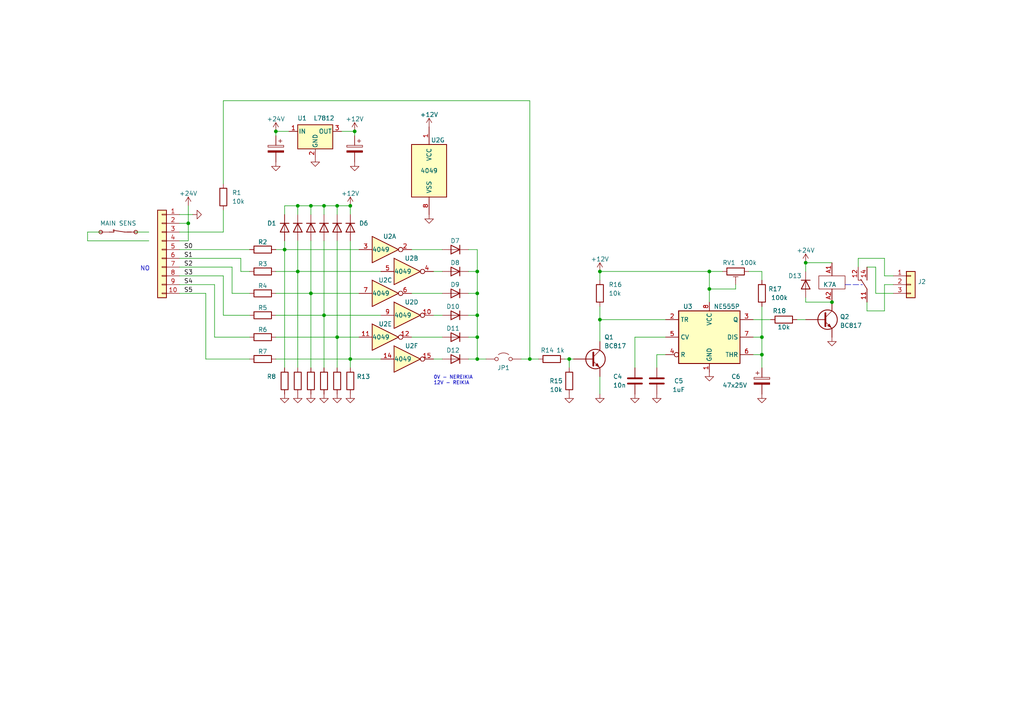
<source format=kicad_sch>
(kicad_sch (version 20211123) (generator eeschema)
  (paper "A4")
  (lib_symbols
    (symbol "4xxx:4049" (pin_names (offset 1.016))
      (property "Reference" "U" (at 0 1.27 0))
      (property "Value" "4049" (at 0 -1.27 0))
      (symbol "4049_1_0"
        (pin output inverted (at 7.62 0 180) (length 3.81) (name "~") (number "2"))
        (pin input line (at -7.62 0 0) (length 3.81) (name "~") (number "3"))
      )
      (symbol "4049_2_0"
        (pin output inverted (at 7.62 0 180) (length 3.81) (name "~") (number "4"))
        (pin input line (at -7.62 0 0) (length 3.81) (name "~") (number "5"))
      )
      (symbol "4049_3_0"
        (pin output inverted (at 7.62 0 180) (length 3.81) (name "~") (number "6"))
        (pin input line (at -7.62 0 0) (length 3.81) (name "~") (number "7"))
      )
      (symbol "4049_4_0"
        (pin output inverted (at 7.62 0 180) (length 3.81) (name "~") (number "10"))
        (pin input line (at -7.62 0 0) (length 3.81) (name "~") (number "9"))
      )
      (symbol "4049_5_0"
        (pin input line (at -7.62 0 0) (length 3.81) (name "~") (number "11"))
        (pin output inverted (at 7.62 0 180) (length 3.81) (name "~") (number "12"))
      )
      (symbol "4049_6_0"
        (pin input line (at -7.62 0 0) (length 3.81) (name "~") (number "14"))
        (pin output inverted (at 7.62 0 180) (length 3.81) (name "~") (number "15"))
      )
      (symbol "4049_7_0"
        (pin power_in line (at 0 12.7 270) (length 5.08) (name "VCC") (number "1"))
        (pin power_in line (at 0 -12.7 90) (length 5.08) (name "VSS") (number "8"))
      )
    )
    (symbol "C_1" (pin_numbers hide) (pin_names (offset 0.254) hide)
      (property "Reference" "C" (at 0.635 2.54 0))
      (property "Value" "C_1" (at 0.635 -2.54 0))
      (symbol "C_1_1_1"
        (pin passive line (at 0 3.81 270) (length 2.794) (name "~") (number "1"))
        (pin passive line (at 0 -3.81 90) (length 2.794) (name "~") (number "2"))
      )
    )
    (symbol "C_Polarized_1" (pin_numbers hide) (pin_names (offset 0.254) hide)
      (property "Reference" "C" (at 0.635 2.54 0))
      (property "Value" "C_Polarized_1" (at 0.635 -2.54 0))
      (symbol "C_Polarized_1_1_1"
        (pin passive line (at 0 3.81 270) (length 2.794) (name "~") (number "1"))
        (pin passive line (at 0 -3.81 90) (length 2.794) (name "~") (number "2"))
      )
    )
    (symbol "Coil_1" (pin_names hide)
      (property "Reference" "K7.1" (at 1.27 2.54 0))
      (symbol "Coil_1_1_1"
        (pin passive line (at 0 5.08 270) (length 3.81) (name "~") (number "A1"))
        (pin passive line (at 0 -6.35 90) (length 3.81) (name "~") (number "A2"))
      )
      (symbol "Coil_1_2_1"
        (pin passive line (at 1.27 -5.08 90) (length 3.81) (name "~") (number "11"))
        (pin passive line (at -1.27 5.08 270) (length 3.81) (name "~") (number "12"))
        (pin passive line (at 1.27 5.08 270) (length 3.81) (name "~") (number "14"))
      )
    )
    (symbol "Connector_Generic:Conn_01x03" (pin_names (offset 1.016) hide)
      (property "Reference" "J" (at 0 5.08 0))
      (property "Value" "Conn_01x03" (at 0 -5.08 0))
      (symbol "Conn_01x03_1_1"
        (pin passive line (at -5.08 2.54 0) (length 3.81) (name "Pin_1") (number "1"))
        (pin passive line (at -5.08 0 0) (length 3.81) (name "Pin_2") (number "2"))
        (pin passive line (at -5.08 -2.54 0) (length 3.81) (name "Pin_3") (number "3"))
      )
    )
    (symbol "Connector_Generic:Conn_01x10" (pin_names (offset 1.016) hide)
      (property "Reference" "J" (at 0 12.7 0))
      (property "Value" "Conn_01x10" (at 0 -15.24 0))
      (symbol "Conn_01x10_1_1"
        (pin passive line (at -5.08 10.16 0) (length 3.81) (name "Pin_1") (number "1"))
        (pin passive line (at -5.08 -12.7 0) (length 3.81) (name "Pin_10") (number "10"))
        (pin passive line (at -5.08 7.62 0) (length 3.81) (name "Pin_2") (number "2"))
        (pin passive line (at -5.08 5.08 0) (length 3.81) (name "Pin_3") (number "3"))
        (pin passive line (at -5.08 2.54 0) (length 3.81) (name "Pin_4") (number "4"))
        (pin passive line (at -5.08 0 0) (length 3.81) (name "Pin_5") (number "5"))
        (pin passive line (at -5.08 -2.54 0) (length 3.81) (name "Pin_6") (number "6"))
        (pin passive line (at -5.08 -5.08 0) (length 3.81) (name "Pin_7") (number "7"))
        (pin passive line (at -5.08 -7.62 0) (length 3.81) (name "Pin_8") (number "8"))
        (pin passive line (at -5.08 -10.16 0) (length 3.81) (name "Pin_9") (number "9"))
      )
    )
    (symbol "Device:C" (pin_numbers hide) (pin_names (offset 0.254) hide)
      (property "Reference" "C" (at 0.635 2.54 0))
      (property "Value" "C" (at 0.635 -2.54 0))
      (symbol "C_1_1"
        (pin passive line (at 0 3.81 270) (length 2.794) (name "~") (number "1"))
        (pin passive line (at 0 -3.81 90) (length 2.794) (name "~") (number "2"))
      )
    )
    (symbol "Device:C_Polarized" (pin_numbers hide) (pin_names (offset 0.254))
      (property "Reference" "C" (at 0.635 2.54 0))
      (property "Value" "C_Polarized" (at 0.635 -2.54 0))
      (symbol "C_Polarized_1_1"
        (pin passive line (at 0 3.81 270) (length 2.794) (name "~") (number "1"))
        (pin passive line (at 0 -3.81 90) (length 2.794) (name "~") (number "2"))
      )
    )
    (symbol "Device:D" (pin_numbers hide) (pin_names (offset 1.016) hide)
      (property "Reference" "D" (at 0 2.54 0))
      (property "Value" "D" (at 0 -2.54 0))
      (symbol "D_1_1"
        (pin passive line (at -3.81 0 0) (length 2.54) (name "K") (number "1"))
        (pin passive line (at 3.81 0 180) (length 2.54) (name "A") (number "2"))
      )
    )
    (symbol "Device:R_Potentiometer_Trim" (pin_numbers hide) (pin_names (offset 1.016) hide)
      (property "Reference" "RV" (at -4.445 0 90))
      (property "Value" "R_Potentiometer_Trim" (at -2.54 0 90))
      (symbol "R_Potentiometer_Trim_1_1"
        (pin passive line (at 0 3.81 270) (length 1.27) (name "1") (number "1"))
        (pin passive line (at 3.81 0 180) (length 1.27) (name "2") (number "2"))
        (pin passive line (at 0 -3.81 90) (length 1.27) (name "3") (number "3"))
      )
    )
    (symbol "Jumper:Jumper_2_Open" (pin_numbers hide) (pin_names (offset 0) hide)
      (property "Reference" "JP" (at 0 2.794 0))
      (property "Value" "Jumper_2_Open" (at 0 -2.286 0))
      (symbol "Jumper_2_Open_1_1"
        (pin passive line (at -5.08 0 0) (length 2.54) (name "A") (number "1"))
        (pin passive line (at 5.08 0 180) (length 2.54) (name "B") (number "2"))
      )
    )
    (symbol "R_1" (pin_numbers hide) (pin_names (offset 0) hide)
      (property "Reference" "R" (at 2.032 0 90))
      (property "Value" "R_1" (at 0 0 90))
      (symbol "R_1_1_1"
        (pin passive line (at 0 3.81 270) (length 1.27) (name "~") (number "1"))
        (pin passive line (at 0 -3.81 90) (length 1.27) (name "~") (number "2"))
      )
    )
    (symbol "R_11" (pin_numbers hide) (pin_names (offset 0) hide)
      (property "Reference" "R" (at 2.032 0 90))
      (property "Value" "R_11" (at 0 0 90))
      (symbol "R_11_1_1"
        (pin passive line (at 0 3.81 270) (length 1.27) (name "~") (number "1"))
        (pin passive line (at 0 -3.81 90) (length 1.27) (name "~") (number "2"))
      )
    )
    (symbol "R_12" (pin_numbers hide) (pin_names (offset 0) hide)
      (property "Reference" "R" (at 2.032 0 90))
      (property "Value" "R_12" (at 0 0 90))
      (symbol "R_12_1_1"
        (pin passive line (at 0 3.81 270) (length 1.27) (name "~") (number "1"))
        (pin passive line (at 0 -3.81 90) (length 1.27) (name "~") (number "2"))
      )
    )
    (symbol "R_13" (pin_numbers hide) (pin_names (offset 0) hide)
      (property "Reference" "R" (at 2.032 0 90))
      (property "Value" "R_13" (at 0 0 90))
      (symbol "R_13_1_1"
        (pin passive line (at 0 3.81 270) (length 1.27) (name "~") (number "1"))
        (pin passive line (at 0 -3.81 90) (length 1.27) (name "~") (number "2"))
      )
    )
    (symbol "R_14" (pin_numbers hide) (pin_names (offset 0) hide)
      (property "Reference" "R" (at 2.032 0 90))
      (property "Value" "R_14" (at 0 0 90))
      (symbol "R_14_1_1"
        (pin passive line (at 0 3.81 270) (length 1.27) (name "~") (number "1"))
        (pin passive line (at 0 -3.81 90) (length 1.27) (name "~") (number "2"))
      )
    )
    (symbol "R_15" (pin_numbers hide) (pin_names (offset 0) hide)
      (property "Reference" "R" (at 2.032 0 90))
      (property "Value" "R_15" (at 0 0 90))
      (symbol "R_15_1_1"
        (pin passive line (at 0 3.81 270) (length 1.27) (name "~") (number "1"))
        (pin passive line (at 0 -3.81 90) (length 1.27) (name "~") (number "2"))
      )
    )
    (symbol "R_16" (pin_numbers hide) (pin_names (offset 0) hide)
      (property "Reference" "R" (at 2.032 0 90))
      (property "Value" "R_16" (at 0 0 90))
      (symbol "R_16_1_1"
        (pin passive line (at 0 3.81 270) (length 1.27) (name "~") (number "1"))
        (pin passive line (at 0 -3.81 90) (length 1.27) (name "~") (number "2"))
      )
    )
    (symbol "R_17" (pin_numbers hide) (pin_names (offset 0) hide)
      (property "Reference" "R" (at 2.032 0 90))
      (property "Value" "R_17" (at 0 0 90))
      (symbol "R_17_1_1"
        (pin passive line (at 0 3.81 270) (length 1.27) (name "~") (number "1"))
        (pin passive line (at 0 -3.81 90) (length 1.27) (name "~") (number "2"))
      )
    )
    (symbol "R_18" (pin_numbers hide) (pin_names (offset 0) hide)
      (property "Reference" "R" (at 2.032 0 90))
      (property "Value" "R_18" (at 0 0 90))
      (symbol "R_18_1_1"
        (pin passive line (at 0 3.81 270) (length 1.27) (name "~") (number "1"))
        (pin passive line (at 0 -3.81 90) (length 1.27) (name "~") (number "2"))
      )
    )
    (symbol "R_19" (pin_numbers hide) (pin_names (offset 0) hide)
      (property "Reference" "R" (at 2.032 0 90))
      (property "Value" "R_19" (at 0 0 90))
      (symbol "R_19_1_1"
        (pin passive line (at 0 3.81 270) (length 1.27) (name "~") (number "1"))
        (pin passive line (at 0 -3.81 90) (length 1.27) (name "~") (number "2"))
      )
    )
    (symbol "R_2" (pin_numbers hide) (pin_names (offset 0) hide)
      (property "Reference" "R" (at 2.032 0 90))
      (property "Value" "R_2" (at 0 0 90))
      (symbol "R_2_1_1"
        (pin passive line (at 0 3.81 270) (length 1.27) (name "~") (number "1"))
        (pin passive line (at 0 -3.81 90) (length 1.27) (name "~") (number "2"))
      )
    )
    (symbol "R_3" (pin_numbers hide) (pin_names (offset 0) hide)
      (property "Reference" "R" (at 2.032 0 90))
      (property "Value" "R_3" (at 0 0 90))
      (symbol "R_3_1_1"
        (pin passive line (at 0 3.81 270) (length 1.27) (name "~") (number "1"))
        (pin passive line (at 0 -3.81 90) (length 1.27) (name "~") (number "2"))
      )
    )
    (symbol "R_4" (pin_numbers hide) (pin_names (offset 0) hide)
      (property "Reference" "R" (at 2.032 0 90))
      (property "Value" "R_4" (at 0 0 90))
      (symbol "R_4_1_1"
        (pin passive line (at 0 3.81 270) (length 1.27) (name "~") (number "1"))
        (pin passive line (at 0 -3.81 90) (length 1.27) (name "~") (number "2"))
      )
    )
    (symbol "R_5" (pin_numbers hide) (pin_names (offset 0) hide)
      (property "Reference" "R" (at 2.032 0 90))
      (property "Value" "R_5" (at 0 0 90))
      (symbol "R_5_1_1"
        (pin passive line (at 0 3.81 270) (length 1.27) (name "~") (number "1"))
        (pin passive line (at 0 -3.81 90) (length 1.27) (name "~") (number "2"))
      )
    )
    (symbol "R_6" (pin_numbers hide) (pin_names (offset 0) hide)
      (property "Reference" "R" (at 2.032 0 90))
      (property "Value" "R_6" (at 0 0 90))
      (symbol "R_6_1_1"
        (pin passive line (at 0 3.81 270) (length 1.27) (name "~") (number "1"))
        (pin passive line (at 0 -3.81 90) (length 1.27) (name "~") (number "2"))
      )
    )
    (symbol "R_7" (pin_numbers hide) (pin_names (offset 0) hide)
      (property "Reference" "R" (at 2.032 0 90))
      (property "Value" "R_7" (at 0 0 90))
      (symbol "R_7_1_1"
        (pin passive line (at 0 3.81 270) (length 1.27) (name "~") (number "1"))
        (pin passive line (at 0 -3.81 90) (length 1.27) (name "~") (number "2"))
      )
    )
    (symbol "R_8" (pin_numbers hide) (pin_names (offset 0) hide)
      (property "Reference" "R" (at 2.032 0 90))
      (property "Value" "R_8" (at 0 0 90))
      (symbol "R_8_1_1"
        (pin passive line (at 0 3.81 270) (length 1.27) (name "~") (number "1"))
        (pin passive line (at 0 -3.81 90) (length 1.27) (name "~") (number "2"))
      )
    )
    (symbol "R_9" (pin_numbers hide) (pin_names (offset 0) hide)
      (property "Reference" "R" (at 2.032 0 90))
      (property "Value" "R_9" (at 0 0 90))
      (symbol "R_9_1_1"
        (pin passive line (at 0 3.81 270) (length 1.27) (name "~") (number "1"))
        (pin passive line (at 0 -3.81 90) (length 1.27) (name "~") (number "2"))
      )
    )
    (symbol "Regulator_Linear:L7812" (pin_names (offset 0.254))
      (property "Reference" "U" (at -3.81 3.175 0))
      (property "Value" "L7812" (at 0 3.175 0))
      (symbol "L7812_1_1"
        (pin power_in line (at -7.62 0 0) (length 2.54) (name "IN") (number "1"))
        (pin power_in line (at 0 -7.62 90) (length 2.54) (name "GND") (number "2"))
        (pin power_out line (at 7.62 0 180) (length 2.54) (name "OUT") (number "3"))
      )
    )
    (symbol "Timer:NE555P"
      (property "Reference" "U" (at -10.16 8.89 0))
      (property "Value" "NE555P" (at 2.54 8.89 0))
      (symbol "NE555P_0_0"
        (pin power_in line (at 0 -10.16 90) (length 2.54) (name "GND") (number "1"))
        (pin power_in line (at 0 10.16 270) (length 2.54) (name "VCC") (number "8"))
      )
      (symbol "NE555P_1_1"
        (pin input line (at -12.7 5.08 0) (length 3.81) (name "TR") (number "2"))
        (pin output line (at 12.7 5.08 180) (length 3.81) (name "Q") (number "3"))
        (pin input inverted (at -12.7 -5.08 0) (length 3.81) (name "R") (number "4"))
        (pin input line (at -12.7 0 0) (length 3.81) (name "CV") (number "5"))
        (pin input line (at 12.7 -5.08 180) (length 3.81) (name "THR") (number "6"))
        (pin input line (at 12.7 0 180) (length 3.81) (name "DIS") (number "7"))
      )
    )
    (symbol "Transistor_BJT:BC817" (pin_numbers hide) (pin_names (offset 0) hide)
      (property "Reference" "Q" (at 5.08 1.905 0))
      (property "Value" "BC817" (at 5.08 0 0))
      (symbol "BC817_1_1"
        (pin input line (at -5.08 0 0) (length 5.715) (name "B") (number "1"))
        (pin passive line (at 2.54 -5.08 90) (length 2.54) (name "E") (number "2"))
        (pin passive line (at 2.54 5.08 270) (length 2.54) (name "C") (number "3"))
      )
    )
    (symbol "components:Coil" (pin_names hide) (on_board no)
      (property "Reference" "K" (at 5.08 0 0))
      (property "Value" "Coil" (at 6.35 -2.54 0))
      (symbol "Coil_0_1"
        (pin passive line (at 0 5.08 270) (length 3.81) (name "~") (number "A1"))
        (pin passive line (at 0 -6.35 90) (length 3.81) (name "~") (number "A2"))
      )
    )
    (symbol "components:OpticSensor_1" (pin_names hide) (on_board no)
      (property "Reference" "S" (at -3.81 5.08 0))
      (property "Value" "OpticSensor_1" (at 1.27 -5.08 0))
      (symbol "OpticSensor_1_0_0"
        (text "COM" (at 1.778 -2.54 0) (effects (font (size 0.7874 0.7874))))
        (text "VCC" (at 1.778 2.54 0) (effects (font (size 0.7874 0.7874))))
      )
      (symbol "OpticSensor_1_1_1"
        (pin output line (at 6.35 0 180) (length 2.4892) (name "~") (number "BK"))
        (pin power_in line (at 6.35 2.54 180) (length 2.4892) (name "~") (number "BN"))
        (pin passive line (at 6.35 -2.54 180) (length 2.4892) (name "~") (number "BU"))
      )
    )
    (symbol "components:RelayContact_NONC" (pin_names (offset 0.002) hide) (on_board no)
      (property "Reference" "K" (at 2.54 0 0))
      (property "Value" "RelayContact_NONC" (at 10.16 -2.54 0))
      (symbol "RelayContact_NONC_0_1"
        (pin passive line (at 0 -5.08 90) (length 3.81) (name "~") (number "11"))
        (pin passive line (at -2.54 5.08 270) (length 3.81) (name "~") (number "12"))
        (pin passive line (at 0 5.08 270) (length 3.81) (name "~") (number "14"))
      )
    )
    (symbol "electrotech:CONTACT_NC" (pin_numbers hide) (pin_names (offset 1.016) hide)
      (property "Reference" "C" (at -2.54 3.81 0))
      (property "Value" "CONTACT_NC" (at 0 -2.54 0))
      (symbol "CONTACT_NC_1_1"
        (pin passive line (at -5.08 0 0) (length 2.54) (name "~") (number "~"))
        (pin passive line (at 5.08 0 180) (length 2.54) (name "~") (number "~"))
      )
    )
    (symbol "power:+12V" (power) (pin_names (offset 0))
      (property "Value" "+12V" (at 0 3.556 0))
      (symbol "+12V_1_1"
        (pin power_in line (at 0 0 90) (length 0) hide (name "+12V") (number "1"))
      )
    )
    (symbol "power:+24V" (power) (pin_names (offset 0))
      (property "Value" "+24V" (at 0 3.556 0))
      (symbol "+24V_1_1"
        (pin power_in line (at 0 0 90) (length 0) hide (name "+24V") (number "1"))
      )
    )
    (symbol "power:GND" (power) (pin_names (offset 0))
      (property "Value" "GND" (at 0 -3.81 0))
      (symbol "GND_1_1"
        (pin power_in line (at 0 0 270) (length 0) hide (name "GND") (number "1"))
      )
    )
  )
  (junction (at -59.69 31.75))
  (junction (at 205.74 83.82))
  (junction (at 101.6 104.14))
  (junction (at -77.47 41.91))
  (junction (at 82.55 72.39))
  (junction (at -57.15 26.67))
  (junction (at 233.68 76.2))
  (junction (at -95.25 31.75))
  (junction (at 86.36 78.74))
  (junction (at -15.24 46.99))
  (junction (at -30.48 41.91))
  (junction (at 138.43 78.74))
  (junction (at 205.74 78.74))
  (junction (at -15.24 54.61))
  (junction (at 241.3 87.63))
  (junction (at 93.98 91.44))
  (junction (at -15.24 31.75))
  (junction (at 220.98 97.79))
  (junction (at -30.48 49.53))
  (junction (at 101.6 59.69))
  (junction (at 102.87 38.1))
  (junction (at 90.17 85.09))
  (junction (at 173.99 78.74))
  (junction (at -30.48 34.29))
  (junction (at 165.1 104.14))
  (junction (at 153.67 104.14))
  (junction (at -57.15 39.37))
  (junction (at 173.99 92.71))
  (junction (at -15.24 39.37))
  (junction (at -97.79 39.37))
  (junction (at 138.43 97.79))
  (junction (at -77.47 54.61))
  (junction (at 90.17 59.69))
  (junction (at -95.25 44.45))
  (junction (at 138.43 104.14))
  (junction (at 86.36 59.69))
  (junction (at -77.47 29.21))
  (junction (at -30.48 57.15))
  (junction (at -30.48 26.67))
  (junction (at 54.61 64.77))
  (junction (at 220.98 102.87))
  (junction (at 97.79 97.79))
  (junction (at -15.24 24.13))
  (junction (at 80.01 38.1))
  (junction (at -59.69 44.45))
  (junction (at 97.79 59.69))
  (junction (at 93.98 59.69))
  (junction (at 138.43 85.09))
  (junction (at -97.79 26.67))
  (junction (at 138.43 91.44))
  (wire (pts (xy 102.87 39.37) (xy 102.87 38.1)))
  (wire (pts (xy 93.98 62.23) (xy 93.98 59.69)))
  (wire (pts (xy 80.01 78.74) (xy 86.36 78.74)))
  (wire (pts (xy 29.21 67.31) (xy 25.4 67.31)))
  (wire (pts (xy 59.69 104.14) (xy 59.69 85.09)))
  (wire (pts (xy 80.01 104.14) (xy 101.6 104.14)))
  (wire (pts (xy 151.13 104.14) (xy 153.67 104.14)))
  (wire (pts (xy 138.43 72.39) (xy 138.43 78.74)))
  (wire (pts (xy -30.48 34.29) (xy -30.48 26.67)))
  (wire (pts (xy 101.6 104.14) (xy 101.6 106.68)))
  (wire (pts (xy 80.01 39.37) (xy 80.01 38.1)))
  (wire (pts (xy 233.68 76.2) (xy 241.3 76.2)))
  (wire (pts (xy 173.99 78.74) (xy 205.74 78.74)))
  (wire (pts (xy -59.69 44.45) (xy -59.69 57.15)))
  (wire (pts (xy 173.99 92.71) (xy 173.99 88.9)))
  (wire (pts (xy 135.89 104.14) (xy 138.43 104.14)))
  (wire (pts (xy -100.33 52.07) (xy -97.79 52.07)))
  (wire (pts (xy 80.01 85.09) (xy 90.17 85.09)))
  (wire (pts (xy 165.1 106.68) (xy 165.1 104.14)))
  (wire (pts (xy 52.07 64.77) (xy 54.61 64.77)))
  (wire (pts (xy 52.07 69.85) (xy 54.61 69.85)))
  (wire (pts (xy 125.73 78.74) (xy 128.27 78.74)))
  (wire (pts (xy 173.99 109.22) (xy 173.99 114.3)))
  (wire (pts (xy -57.15 52.07) (xy -54.61 52.07)))
  (wire (pts (xy 90.17 69.85) (xy 90.17 85.09)))
  (wire (pts (xy 163.83 104.14) (xy 165.1 104.14)))
  (wire (pts (xy 218.44 92.71) (xy 223.52 92.71)))
  (wire (pts (xy 125.73 104.14) (xy 128.27 104.14)))
  (wire (pts (xy -80.01 54.61) (xy -77.47 54.61)))
  (wire (pts (xy -95.25 57.15) (xy -100.33 57.15)))
  (wire (pts (xy 173.99 92.71) (xy 173.99 99.06)))
  (wire (pts (xy -17.78 31.75) (xy -15.24 31.75)))
  (polyline (pts (xy 245.11 82.55) (xy 250.19 82.55)))
  (wire (pts (xy -15.24 16.51) (xy -17.78 16.51)))
  (wire (pts (xy 62.23 97.79) (xy 62.23 82.55)))
  (wire (pts (xy 82.55 59.69) (xy 86.36 59.69)))
  (wire (pts (xy 220.98 102.87) (xy 218.44 102.87)))
  (wire (pts (xy 101.6 69.85) (xy 101.6 104.14)))
  (wire (pts (xy -30.48 26.67) (xy -30.48 19.05)))
  (wire (pts (xy -30.48 57.15) (xy -30.48 63.5)))
  (wire (pts (xy 82.55 62.23) (xy 82.55 59.69)))
  (wire (pts (xy 54.61 64.77) (xy 54.61 69.85)))
  (wire (pts (xy 80.01 97.79) (xy 97.79 97.79)))
  (wire (pts (xy 135.89 91.44) (xy 138.43 91.44)))
  (wire (pts (xy 256.54 80.01) (xy 259.08 80.01)))
  (wire (pts (xy 62.23 97.79) (xy 72.39 97.79)))
  (wire (pts (xy 233.68 78.74) (xy 233.68 76.2)))
  (wire (pts (xy -97.79 26.67) (xy -97.79 39.37)))
  (wire (pts (xy -100.33 26.67) (xy -97.79 26.67)))
  (wire (pts (xy 82.55 106.68) (xy 82.55 72.39)))
  (wire (pts (xy 231.14 92.71) (xy 233.68 92.71)))
  (wire (pts (xy 135.89 72.39) (xy 138.43 72.39)))
  (wire (pts (xy 52.07 72.39) (xy 72.39 72.39)))
  (wire (pts (xy -54.61 31.75) (xy -59.69 31.75)))
  (wire (pts (xy 90.17 59.69) (xy 93.98 59.69)))
  (wire (pts (xy -17.78 46.99) (xy -15.24 46.99)))
  (wire (pts (xy 99.06 38.1) (xy 102.87 38.1)))
  (wire (pts (xy 86.36 69.85) (xy 86.36 78.74)))
  (wire (pts (xy -97.79 17.78) (xy -97.79 26.67)))
  (wire (pts (xy 153.67 104.14) (xy 156.21 104.14)))
  (wire (pts (xy -17.78 39.37) (xy -15.24 39.37)))
  (wire (pts (xy -17.78 54.61) (xy -15.24 54.61)))
  (wire (pts (xy 135.89 78.74) (xy 138.43 78.74)))
  (wire (pts (xy -91.44 41.91) (xy -100.33 41.91)))
  (wire (pts (xy 67.31 85.09) (xy 72.39 85.09)))
  (wire (pts (xy -15.24 24.13) (xy -15.24 16.51)))
  (wire (pts (xy 52.07 67.31) (xy 64.77 67.31)))
  (wire (pts (xy 25.4 69.85) (xy 43.18 69.85)))
  (wire (pts (xy 138.43 97.79) (xy 138.43 104.14)))
  (wire (pts (xy -30.48 49.53) (xy -30.48 41.91)))
  (wire (pts (xy 69.85 74.93) (xy 52.07 74.93)))
  (wire (pts (xy 97.79 59.69) (xy 101.6 59.69)))
  (wire (pts (xy 59.69 85.09) (xy 52.07 85.09)))
  (wire (pts (xy -54.61 39.37) (xy -57.15 39.37)))
  (wire (pts (xy -15.24 54.61) (xy -15.24 63.5)))
  (wire (pts (xy -80.01 41.91) (xy -77.47 41.91)))
  (wire (pts (xy 119.38 72.39) (xy 128.27 72.39)))
  (wire (pts (xy 233.68 86.36) (xy 233.68 87.63)))
  (wire (pts (xy 64.77 29.21) (xy 153.67 29.21)))
  (wire (pts (xy -27.94 57.15) (xy -30.48 57.15)))
  (wire (pts (xy -15.24 39.37) (xy -15.24 31.75)))
  (wire (pts (xy 173.99 92.71) (xy 193.04 92.71)))
  (wire (pts (xy -30.48 19.05) (xy -27.94 19.05)))
  (wire (pts (xy 64.77 60.96) (xy 64.77 67.31)))
  (wire (pts (xy -30.48 57.15) (xy -30.48 49.53)))
  (wire (pts (xy 138.43 78.74) (xy 138.43 85.09)))
  (wire (pts (xy -77.47 29.21) (xy -77.47 41.91)))
  (wire (pts (xy 90.17 106.68) (xy 90.17 85.09)))
  (wire (pts (xy 220.98 97.79) (xy 220.98 102.87)))
  (wire (pts (xy -95.25 31.75) (xy -95.25 44.45)))
  (wire (pts (xy 218.44 97.79) (xy 220.98 97.79)))
  (wire (pts (xy 93.98 91.44) (xy 110.49 91.44)))
  (wire (pts (xy -100.33 31.75) (xy -95.25 31.75)))
  (wire (pts (xy 62.23 82.55) (xy 52.07 82.55)))
  (wire (pts (xy -30.48 41.91) (xy -30.48 34.29)))
  (wire (pts (xy 86.36 59.69) (xy 90.17 59.69)))
  (wire (pts (xy -80.01 29.21) (xy -77.47 29.21)))
  (wire (pts (xy 101.6 59.69) (xy 101.6 62.23)))
  (wire (pts (xy 256.54 74.93) (xy 256.54 80.01)))
  (wire (pts (xy 82.55 72.39) (xy 104.14 72.39)))
  (wire (pts (xy 64.77 91.44) (xy 64.77 80.01)))
  (wire (pts (xy -27.94 34.29) (xy -30.48 34.29)))
  (wire (pts (xy 256.54 82.55) (xy 259.08 82.55)))
  (wire (pts (xy 64.77 80.01) (xy 52.07 80.01)))
  (wire (pts (xy 256.54 90.17) (xy 256.54 82.55)))
  (wire (pts (xy 119.38 97.79) (xy 128.27 97.79)))
  (wire (pts (xy 173.99 78.74) (xy 173.99 81.28)))
  (wire (pts (xy 69.85 78.74) (xy 69.85 74.93)))
  (wire (pts (xy 86.36 106.68) (xy 86.36 78.74)))
  (wire (pts (xy 205.74 78.74) (xy 209.55 78.74)))
  (wire (pts (xy 82.55 69.85) (xy 82.55 72.39)))
  (wire (pts (xy -59.69 57.15) (xy -54.61 57.15)))
  (wire (pts (xy 135.89 85.09) (xy 138.43 85.09)))
  (wire (pts (xy -97.79 39.37) (xy -97.79 52.07)))
  (wire (pts (xy 220.98 78.74) (xy 220.98 81.28)))
  (wire (pts (xy -77.47 41.91) (xy -77.47 54.61)))
  (wire (pts (xy 54.61 64.77) (xy 54.61 59.69)))
  (wire (pts (xy 153.67 29.21) (xy 153.67 104.14)))
  (wire (pts (xy 25.4 67.31) (xy 25.4 69.85)))
  (wire (pts (xy -91.44 54.61) (xy -100.33 54.61)))
  (wire (pts (xy -91.44 29.21) (xy -100.33 29.21)))
  (wire (pts (xy 248.92 77.47) (xy 248.92 74.93)))
  (wire (pts (xy 93.98 59.69) (xy 97.79 59.69)))
  (wire (pts (xy 213.36 83.82) (xy 213.36 82.55)))
  (wire (pts (xy 83.82 38.1) (xy 80.01 38.1)))
  (wire (pts (xy -100.33 44.45) (xy -95.25 44.45)))
  (wire (pts (xy -77.47 41.91) (xy -74.93 41.91)))
  (wire (pts (xy -15.24 31.75) (xy -15.24 24.13)))
  (wire (pts (xy -63.5 54.61) (xy -54.61 54.61)))
  (wire (pts (xy 125.73 91.44) (xy 128.27 91.44)))
  (wire (pts (xy 138.43 85.09) (xy 138.43 91.44)))
  (wire (pts (xy 52.07 77.47) (xy 67.31 77.47)))
  (wire (pts (xy 80.01 91.44) (xy 93.98 91.44)))
  (wire (pts (xy -57.15 26.67) (xy -57.15 39.37)))
  (wire (pts (xy 138.43 91.44) (xy 138.43 97.79)))
  (wire (pts (xy 251.46 87.63) (xy 251.46 90.17)))
  (wire (pts (xy 248.92 74.93) (xy 256.54 74.93)))
  (wire (pts (xy 97.79 106.68) (xy 97.79 97.79)))
  (wire (pts (xy -27.94 41.91) (xy -30.48 41.91)))
  (wire (pts (xy 184.15 97.79) (xy 184.15 106.68)))
  (wire (pts (xy 190.5 102.87) (xy 190.5 106.68)))
  (wire (pts (xy -54.61 44.45) (xy -59.69 44.45)))
  (wire (pts (xy -77.47 54.61) (xy -74.93 54.61)))
  (wire (pts (xy -77.47 29.21) (xy -74.93 29.21)))
  (wire (pts (xy 165.1 104.14) (xy 166.37 104.14)))
  (wire (pts (xy 59.69 104.14) (xy 72.39 104.14)))
  (wire (pts (xy 90.17 85.09) (xy 104.14 85.09)))
  (wire (pts (xy -77.47 17.78) (xy -77.47 29.21)))
  (wire (pts (xy 72.39 91.44) (xy 64.77 91.44)))
  (wire (pts (xy 69.85 78.74) (xy 72.39 78.74)))
  (wire (pts (xy 97.79 62.23) (xy 97.79 59.69)))
  (wire (pts (xy 97.79 97.79) (xy 104.14 97.79)))
  (wire (pts (xy 80.01 72.39) (xy 82.55 72.39)))
  (wire (pts (xy -100.33 39.37) (xy -97.79 39.37)))
  (wire (pts (xy -17.78 24.13) (xy -15.24 24.13)))
  (wire (pts (xy 251.46 90.17) (xy 256.54 90.17)))
  (wire (pts (xy -54.61 26.67) (xy -57.15 26.67)))
  (wire (pts (xy 64.77 29.21) (xy 64.77 53.34)))
  (wire (pts (xy -27.94 49.53) (xy -30.48 49.53)))
  (wire (pts (xy 97.79 69.85) (xy 97.79 97.79)))
  (wire (pts (xy -59.69 31.75) (xy -59.69 44.45)))
  (wire (pts (xy -15.24 46.99) (xy -15.24 39.37)))
  (wire (pts (xy -59.69 17.78) (xy -59.69 31.75)))
  (wire (pts (xy 184.15 97.79) (xy 193.04 97.79)))
  (wire (pts (xy 67.31 77.47) (xy 67.31 85.09)))
  (wire (pts (xy 254 77.47) (xy 254 85.09)))
  (wire (pts (xy 119.38 85.09) (xy 128.27 85.09)))
  (wire (pts (xy 101.6 104.14) (xy 110.49 104.14)))
  (wire (pts (xy -15.24 54.61) (xy -15.24 46.99)))
  (wire (pts (xy 190.5 102.87) (xy 193.04 102.87)))
  (wire (pts (xy -63.5 41.91) (xy -54.61 41.91)))
  (wire (pts (xy 140.97 104.14) (xy 138.43 104.14)))
  (wire (pts (xy 205.74 87.63) (xy 205.74 83.82)))
  (wire (pts (xy 220.98 102.87) (xy 220.98 106.68)))
  (wire (pts (xy 93.98 69.85) (xy 93.98 91.44)))
  (wire (pts (xy 39.37 67.31) (xy 43.18 67.31)))
  (wire (pts (xy -57.15 17.78) (xy -57.15 26.67)))
  (wire (pts (xy 251.46 77.47) (xy 254 77.47)))
  (wire (pts (xy 55.88 62.23) (xy 52.07 62.23)))
  (wire (pts (xy 254 85.09) (xy 259.08 85.09)))
  (wire (pts (xy 86.36 62.23) (xy 86.36 59.69)))
  (wire (pts (xy -27.94 26.67) (xy -30.48 26.67)))
  (wire (pts (xy 86.36 78.74) (xy 110.49 78.74)))
  (wire (pts (xy -95.25 44.45) (xy -95.25 57.15)))
  (wire (pts (xy -57.15 39.37) (xy -57.15 52.07)))
  (wire (pts (xy -63.5 29.21) (xy -54.61 29.21)))
  (wire (pts (xy 220.98 88.9) (xy 220.98 97.79)))
  (wire (pts (xy 233.68 87.63) (xy 241.3 87.63)))
  (wire (pts (xy 205.74 78.74) (xy 205.74 83.82)))
  (wire (pts (xy 205.74 83.82) (xy 213.36 83.82)))
  (wire (pts (xy 90.17 62.23) (xy 90.17 59.69)))
  (wire (pts (xy 217.17 78.74) (xy 220.98 78.74)))
  (wire (pts (xy 93.98 106.68) (xy 93.98 91.44)))
  (wire (pts (xy -95.25 17.78) (xy -95.25 31.75)))
  (wire (pts (xy 135.89 97.79) (xy 138.43 97.79)))
  (text "NO" (at 40.64 78.74 0) (effects (font (size 1.27 1.27)) (justify left bottom)))
  (text "NO" (at -109.855 32.385 0) (effects (font (size 1.27 1.27) italic) (justify left bottom)))
  (text "NO" (at -47.625 57.785 0) (effects (font (size 1.27 1.27) italic) (justify left bottom)))
  (text "0V - NEREIKIA\n12V - REIKIA" (at 125.73 111.76 0) (effects (font (size 1 1)) (justify left bottom)))
  (text "NO" (at -109.855 45.085 0) (effects (font (size 1.27 1.27) italic) (justify left bottom)))
  (text "NO" (at -47.625 32.385 0) (effects (font (size 1.27 1.27) italic) (justify left bottom)))
  (text "NO" (at -109.855 57.785 0) (effects (font (size 1.27 1.27) italic) (justify left bottom)))
  (text "NO" (at -47.625 45.085 0) (effects (font (size 1.27 1.27) italic) (justify left bottom)))
  (label "S4" (at 53.34 82.55 0))
  (label "0VDC" (at -59.69 17.78 270))
  (label "24VDC" (at -57.15 17.78 270))
  (label "S0" (at 53.34 72.39 0))
  (label "S2" (at 53.34 77.47 0))
  (label "0VDC" (at -77.47 17.78 270))
  (label "S5" (at 53.34 85.09 0))
  (label "S3" (at 53.34 80.01 0))
  (label "24VDC" (at -97.79 17.78 270))
  (label "S1" (at 53.34 74.93 0))
  (label "0VDC" (at -95.25 17.78 270))
  (symbol (lib_id "components:Coil") (at -86.36 29.21 90) (unit 1) (in_bom no) (on_board no)
    (property "Reference" "K1.1" (at -85.725 29.21 90))
    (property "Value" "Coil" (effects hide))
  )
  (symbol (lib_name "R_13") (lib_id "Device:R") (at 76.2 78.74 90) (unit 1)
    (property "Reference" "R3" (at 76.2 76.5612 90))
    (property "Value" "R" (effects hide))
    (property "Footprint" "Resistor_SMD:R_0805_2012Metric" (effects hide))
  )
  (symbol (lib_id "components:Coil") (at -86.36 41.91 90) (unit 1) (in_bom no) (on_board no)
    (property "Reference" "K3.1" (at -85.725 41.91 90))
    (property "Value" "Coil" (effects hide))
  )
  (symbol (lib_id "components:Coil") (at -68.58 54.61 270) (mirror x) (unit 1) (in_bom no) (on_board no)
    (property "Reference" "K6.1" (at -69.215 54.61 90))
    (property "Value" "Coil" (effects hide))
  )
  (symbol (lib_id "Device:C") (at 190.5 110.49 0) (unit 1)
    (property "Reference" "C5" (at 196.85 110.49 0))
    (property "Value" "1uF" (at 196.85 113.03 0))
    (property "Footprint" "Capacitor_SMD:C_1206_3216Metric" (effects hide))
  )
  (symbol (lib_id "Device:D") (at 132.08 78.74 180) (unit 1)
    (property "Reference" "D8" (at 133.35 76.2 0) (effects (justify left)))
    (property "Value" "BAS32" (effects hide))
    (property "Footprint" "Diode_SMD:D_MiniMELF" (effects hide))
  )
  (symbol (lib_id "components:RelayContact_NONC") (at -22.86 49.53 270) (unit 1) (in_bom no) (on_board no)
    (property "Reference" "K5.2" (at -27.94 45.72 90) (effects (justify left)))
    (property "Value" "RelayContact_NONC" (effects hide))
  )
  (symbol (lib_id "Device:D") (at 132.08 72.39 180) (unit 1)
    (property "Reference" "D7" (at 133.35 69.85 0) (effects (justify left)))
    (property "Value" "BAS32" (effects hide))
    (property "Footprint" "Diode_SMD:D_MiniMELF" (effects hide))
  )
  (symbol (lib_name "R_18") (lib_id "Device:R") (at 220.98 85.09 180) (unit 1)
    (property "Reference" "R17" (at 224.79 83.82 0))
    (property "Value" "100k" (at 226.06 86.36 0))
    (property "Footprint" "Resistor_SMD:R_0805_2012Metric" (effects hide))
  )
  (symbol (lib_id "components:OpticSensor_1") (at -48.26 41.91 0) (mirror y) (unit 1) (in_bom no) (on_board no)
    (property "Reference" "X5" (effects hide))
    (property "Value" "Optic2R" (at -48.26 36.83 0))
  )
  (symbol (lib_id "components:OpticSensor_1") (at -106.68 54.61 0) (unit 1) (in_bom no) (on_board no)
    (property "Reference" "X3" (effects hide))
    (property "Value" "Optic3L" (at -106.68 49.53 0))
  )
  (symbol (lib_name "Coil_1") (lib_id "components:Coil") (at 241.3 81.28 0) (unit 1)
    (property "Reference" "K7" (at 238.76 82.55 0) (effects (justify left)))
    (property "Value" "OUT" (effects hide))
    (property "Footprint" "Relay_THT:Relay_SPDT_Finder_34.51_Vertical" (effects hide))
  )
  (symbol (lib_id "4xxx:4049") (at 118.11 91.44 0) (unit 4)
    (property "Reference" "U2" (at 119.38 87.63 0))
    (property "Value" "4049" (at 116.84 91.44 0))
    (property "Footprint" "Package_DIP:DIP-14_W7.62mm" (effects hide))
    (property "Datasheet" "http://www.intersil.com/content/dam/intersil/documents/cd40/cd4049ubms.pdf" (effects hide))
  )
  (symbol (lib_name "R_16") (lib_id "Device:R") (at 76.2 97.79 90) (unit 1)
    (property "Reference" "R6" (at 76.2 95.6112 90))
    (property "Value" "R" (effects hide))
    (property "Footprint" "Resistor_SMD:R_0805_2012Metric" (effects hide))
  )
  (symbol (lib_id "power:GND") (at 205.74 107.95 0) (unit 1)
    (property "Reference" "#PWR022" (effects hide))
    (property "Value" "GND" (effects hide))
  )
  (symbol (lib_id "Device:D") (at 93.98 66.04 270) (unit 1)
    (property "Reference" "D4" (effects hide))
    (property "Value" "BAS32" (effects hide))
    (property "Footprint" "Diode_SMD:D_MiniMELF" (effects hide))
  )
  (symbol (lib_id "components:RelayContact_NONC") (at -22.86 26.67 270) (unit 1) (in_bom no) (on_board no)
    (property "Reference" "K2.2" (at -27.94 22.86 90) (effects (justify left)))
    (property "Value" "RelayContact_NONC" (effects hide))
  )
  (symbol (lib_id "Connector_Generic:Conn_01x10") (at 46.99 72.39 0) (mirror y) (unit 1)
    (property "Reference" "J1" (effects hide))
    (property "Value" "Conn_01x10" (effects hide))
  )
  (symbol (lib_id "electrotech:CONTACT_NC") (at 34.29 67.31 0) (unit 1) (in_bom no) (on_board no)
    (property "Reference" "C1" (effects hide))
    (property "Value" "MAIN SENS" (at 34.29 64.77 0))
  )
  (symbol (lib_name "R_5") (lib_id "Device:R") (at 93.98 110.49 180) (unit 1)
    (property "Reference" "R11" (effects hide))
    (property "Value" "100k" (effects hide))
    (property "Footprint" "Resistor_SMD:R_0805_2012Metric" (effects hide))
  )
  (symbol (lib_id "Jumper:Jumper_2_Open") (at 146.05 104.14 0) (unit 1)
    (property "Reference" "JP1" (at 146.05 106.68 0))
    (property "Value" "Jumper_2_Open" (effects hide))
    (property "Footprint" "Connector_PinHeader_2.54mm:PinHeader_1x02_P2.54mm_Vertical" (effects hide))
  )
  (symbol (lib_id "components:Coil") (at -86.36 54.61 90) (unit 1) (in_bom no) (on_board no)
    (property "Reference" "K5.1" (at -85.725 54.61 90))
    (property "Value" "Coil" (effects hide))
  )
  (symbol (lib_id "components:RelayContact_NONC") (at -22.86 41.91 270) (unit 1) (in_bom no) (on_board no)
    (property "Reference" "K4.2" (at -27.94 38.1 90) (effects (justify left)))
    (property "Value" "RelayContact_NONC" (effects hide))
  )
  (symbol (lib_id "Connector_Generic:Conn_01x03") (at 264.16 82.55 0) (unit 1)
    (property "Reference" "J2" (at 266.192 81.7153 0) (effects (justify left)))
    (property "Value" "Conn_01x03" (effects hide))
  )
  (symbol (lib_id "power:GND") (at 241.3 97.79 0) (unit 1)
    (property "Reference" "#PWR025" (effects hide))
    (property "Value" "GND" (effects hide))
  )
  (symbol (lib_id "power:GND") (at 165.1 114.3 0) (unit 1)
    (property "Reference" "#PWR017" (effects hide))
    (property "Value" "GND" (effects hide))
  )
  (symbol (lib_id "power:GND") (at 220.98 114.3 0) (unit 1)
    (property "Reference" "#PWR023" (effects hide))
    (property "Value" "GND" (effects hide))
  )
  (symbol (lib_id "power:GND") (at 93.98 114.3 0) (unit 1)
    (property "Reference" "#PWR09" (effects hide))
    (property "Value" "GND" (effects hide))
  )
  (symbol (lib_id "Regulator_Linear:L7812") (at 91.44 38.1 0) (unit 1)
    (property "Reference" "U1" (at 87.63 34.29 0))
    (property "Value" "L7812" (at 93.98 34.29 0))
    (property "Footprint" "Package_TO_SOT_THT:TO-220-3_Vertical" (effects hide))
    (property "Datasheet" "http://www.st.com/content/ccc/resource/technical/document/datasheet/41/4f/b3/b0/12/d4/47/88/CD00000444.pdf/files/CD00000444.pdf/jcr:content/translations/en.CD00000444.pdf" (effects hide))
  )
  (symbol (lib_id "Device:D") (at 132.08 85.09 180) (unit 1)
    (property "Reference" "D9" (at 133.35 82.55 0) (effects (justify left)))
    (property "Value" "BAS32" (effects hide))
    (property "Footprint" "Diode_SMD:D_MiniMELF" (effects hide))
  )
  (symbol (lib_id "Device:C_Polarized") (at 102.87 43.18 0) (mirror y) (unit 1)
    (property "Reference" "C3" (effects hide))
    (property "Value" "C_Polarized" (effects hide))
  )
  (symbol (lib_id "4xxx:4049") (at 124.46 49.53 0) (unit 7)
    (property "Reference" "U2" (at 127 40.64 0))
    (property "Value" "4049" (at 124.46 49.53 0))
    (property "Footprint" "Package_DIP:DIP-14_W7.62mm" (effects hide))
    (property "Datasheet" "http://www.intersil.com/content/dam/intersil/documents/cd40/cd4049ubms.pdf" (effects hide))
  )
  (symbol (lib_id "power:GND") (at 190.5 114.3 0) (unit 1)
    (property "Reference" "#PWR021" (effects hide))
    (property "Value" "GND" (effects hide))
  )
  (symbol (lib_id "Transistor_BJT:BC817") (at 238.76 92.71 0) (unit 1)
    (property "Reference" "Q2" (at 243.6114 91.8753 0) (effects (justify left)))
    (property "Value" "BC817" (at 243.6114 94.4122 0) (effects (justify left)))
    (property "Footprint" "Package_TO_SOT_SMD:SOT-23" (effects hide))
    (property "Datasheet" "https://www.onsemi.com/pub/Collateral/BC818-D.pdf" (effects hide))
  )
  (symbol (lib_id "power:GND") (at 86.36 114.3 0) (unit 1)
    (property "Reference" "#PWR06" (effects hide))
    (property "Value" "GND" (effects hide))
  )
  (symbol (lib_id "Device:D") (at 90.17 66.04 270) (unit 1)
    (property "Reference" "D3" (effects hide))
    (property "Value" "BAS32" (effects hide))
    (property "Footprint" "Diode_SMD:D_MiniMELF" (effects hide))
  )
  (symbol (lib_id "power:GND") (at 101.6 114.3 0) (unit 1)
    (property "Reference" "#PWR012" (effects hide))
    (property "Value" "GND" (effects hide))
  )
  (symbol (lib_id "Device:D") (at 101.6 66.04 270) (unit 1)
    (property "Reference" "D6" (at 104.14 64.77 90) (effects (justify left)))
    (property "Value" "BAS32" (effects hide))
    (property "Footprint" "Diode_SMD:D_MiniMELF" (effects hide))
  )
  (symbol (lib_name "R_17") (lib_id "Device:R") (at 76.2 104.14 90) (unit 1)
    (property "Reference" "R7" (at 76.2 101.9612 90))
    (property "Value" "R" (effects hide))
    (property "Footprint" "Resistor_SMD:R_0805_2012Metric" (effects hide))
  )
  (symbol (lib_name "R_15") (lib_id "Device:R") (at 76.2 91.44 90) (unit 1)
    (property "Reference" "R5" (at 76.2 89.2612 90))
    (property "Value" "R" (effects hide))
    (property "Footprint" "Resistor_SMD:R_0805_2012Metric" (effects hide))
  )
  (symbol (lib_id "4xxx:4049") (at 111.76 85.09 0) (unit 3)
    (property "Reference" "U2" (at 111.76 81.28 0))
    (property "Value" "4049" (at 110.49 85.09 0))
    (property "Footprint" "Package_DIP:DIP-14_W7.62mm" (effects hide))
    (property "Datasheet" "http://www.intersil.com/content/dam/intersil/documents/cd40/cd4049ubms.pdf" (effects hide))
  )
  (symbol (lib_id "power:+12V") (at 101.6 59.69 0) (unit 1)
    (property "Reference" "#PWR011" (effects hide))
    (property "Value" "+12V" (at 101.6 56.1142 0))
  )
  (symbol (lib_name "C_1") (lib_id "Device:C") (at 184.15 110.49 0) (unit 1)
    (property "Reference" "C4" (at 177.8 109.22 0) (effects (justify left)))
    (property "Value" "10n" (at 177.8 111.76 0) (effects (justify left)))
    (property "Footprint" "Capacitor_SMD:C_0805_2012Metric" (effects hide))
  )
  (symbol (lib_id "4xxx:4049") (at 111.76 72.39 0) (unit 1)
    (property "Reference" "U2" (at 113.03 68.58 0))
    (property "Value" "4049" (at 110.49 72.39 0))
    (property "Footprint" "Package_DIP:DIP-14_W7.62mm" (effects hide))
    (property "Datasheet" "http://www.intersil.com/content/dam/intersil/documents/cd40/cd4049ubms.pdf" (effects hide))
  )
  (symbol (lib_name "R_9") (lib_id "Device:R") (at 64.77 57.15 0) (unit 1)
    (property "Reference" "R1" (at 67.31 55.88 0) (effects (justify left)))
    (property "Value" "10k" (at 67.31 58.42 0) (effects (justify left)))
    (property "Footprint" "Resistor_SMD:R_0805_2012Metric" (effects hide))
  )
  (symbol (lib_id "power:+12V") (at 102.87 38.1 0) (mirror y) (unit 1)
    (property "Reference" "#PWR013" (effects hide))
    (property "Value" "+12V" (at 102.87 34.5242 0))
  )
  (symbol (lib_id "power:GND") (at 91.44 45.72 0) (mirror y) (unit 1)
    (property "Reference" "#PWR08" (effects hide))
    (property "Value" "GND" (effects hide))
  )
  (symbol (lib_name "R_11") (lib_id "Device:R") (at 173.99 85.09 0) (unit 1)
    (property "Reference" "R16" (at 176.53 82.55 0) (effects (justify left)))
    (property "Value" "10k" (at 176.53 85.09 0) (effects (justify left)))
    (property "Footprint" "Resistor_SMD:R_0805_2012Metric" (effects hide))
  )
  (symbol (lib_id "4xxx:4049") (at 111.76 97.79 0) (unit 5)
    (property "Reference" "U2" (at 111.76 93.98 0))
    (property "Value" "4049" (at 110.49 97.79 0))
    (property "Footprint" "Package_DIP:DIP-14_W7.62mm" (effects hide))
    (property "Datasheet" "http://www.intersil.com/content/dam/intersil/documents/cd40/cd4049ubms.pdf" (effects hide))
  )
  (symbol (lib_id "power:GND") (at 173.99 114.3 0) (unit 1)
    (property "Reference" "#PWR019" (effects hide))
    (property "Value" "GND" (effects hide))
  )
  (symbol (lib_id "Device:D") (at 82.55 66.04 270) (unit 1)
    (property "Reference" "D1" (at 77.47 64.77 90) (effects (justify left)))
    (property "Value" "BAS32" (effects hide))
    (property "Footprint" "Diode_SMD:D_MiniMELF" (effects hide))
  )
  (symbol (lib_id "components:RelayContact_NONC") (at -22.86 19.05 270) (unit 1) (in_bom no) (on_board no)
    (property "Reference" "K1.2" (at -27.94 15.24 90) (effects (justify left)))
    (property "Value" "RelayContact_NONC" (effects hide))
  )
  (symbol (lib_id "power:+12V") (at 124.46 36.83 0) (unit 1)
    (property "Reference" "#PWR015" (effects hide))
    (property "Value" "+12V" (at 124.46 33.2542 0))
  )
  (symbol (lib_id "power:GND") (at 55.88 62.23 90) (unit 1)
    (property "Reference" "#PWR02" (effects hide))
    (property "Value" "GND" (effects hide))
  )
  (symbol (lib_id "Device:D") (at 97.79 66.04 270) (unit 1)
    (property "Reference" "D5" (effects hide))
    (property "Value" "BAS32" (effects hide))
    (property "Footprint" "Diode_SMD:D_MiniMELF" (effects hide))
  )
  (symbol (lib_name "R_4") (lib_id "Device:R") (at 90.17 110.49 180) (unit 1)
    (property "Reference" "R10" (effects hide))
    (property "Value" "100k" (effects hide))
    (property "Footprint" "Resistor_SMD:R_0805_2012Metric" (effects hide))
  )
  (symbol (lib_id "power:+24V") (at 80.01 38.1 0) (mirror y) (unit 1)
    (property "Reference" "#PWR03" (effects hide))
    (property "Value" "+24V" (at 80.01 34.5242 0))
  )
  (symbol (lib_name "R_2") (lib_id "Device:R") (at 101.6 110.49 180) (unit 1)
    (property "Reference" "R13" (at 105.41 109.22 0))
    (property "Value" "100k" (effects hide))
    (property "Footprint" "Resistor_SMD:R_0805_2012Metric" (effects hide))
  )
  (symbol (lib_id "Device:D") (at 132.08 91.44 180) (unit 1)
    (property "Reference" "D10" (at 133.35 88.9 0) (effects (justify left)))
    (property "Value" "BAS32" (effects hide))
    (property "Footprint" "Diode_SMD:D_MiniMELF" (effects hide))
  )
  (symbol (lib_id "Device:D") (at 132.08 104.14 180) (unit 1)
    (property "Reference" "D12" (at 133.35 101.6 0) (effects (justify left)))
    (property "Value" "BAS32" (effects hide))
    (property "Footprint" "Diode_SMD:D_MiniMELF" (effects hide))
  )
  (symbol (lib_id "power:GND") (at 102.87 46.99 0) (mirror y) (unit 1)
    (property "Reference" "#PWR014" (effects hide))
    (property "Value" "GND" (effects hide))
  )
  (symbol (lib_name "R_3") (lib_id "Device:R") (at 86.36 110.49 180) (unit 1)
    (property "Reference" "R9" (effects hide))
    (property "Value" "100k" (effects hide))
    (property "Footprint" "Resistor_SMD:R_0805_2012Metric" (effects hide))
  )
  (symbol (lib_id "4xxx:4049") (at 118.11 104.14 0) (unit 6)
    (property "Reference" "U2" (at 119.38 100.33 0))
    (property "Value" "4049" (at 116.84 104.14 0))
    (property "Footprint" "Package_DIP:DIP-14_W7.62mm" (effects hide))
    (property "Datasheet" "http://www.intersil.com/content/dam/intersil/documents/cd40/cd4049ubms.pdf" (effects hide))
  )
  (symbol (lib_name "R_6") (lib_id "Device:R") (at 97.79 110.49 180) (unit 1)
    (property "Reference" "R12" (effects hide))
    (property "Value" "100k" (effects hide))
    (property "Footprint" "Resistor_SMD:R_0805_2012Metric" (effects hide))
  )
  (symbol (lib_id "4xxx:4049") (at 118.11 78.74 0) (unit 2)
    (property "Reference" "U2" (at 119.38 74.93 0))
    (property "Value" "4049" (at 116.84 78.74 0))
    (property "Footprint" "Package_DIP:DIP-14_W7.62mm" (effects hide))
    (property "Datasheet" "http://www.intersil.com/content/dam/intersil/documents/cd40/cd4049ubms.pdf" (effects hide))
  )
  (symbol (lib_name "C_Polarized_1") (lib_id "Device:C_Polarized") (at 220.98 110.49 0) (unit 1)
    (property "Reference" "C6" (at 212.09 109.22 0) (effects (justify left)))
    (property "Value" "47x25V" (at 209.55 111.76 0) (effects (justify left)))
    (property "Footprint" "Capacitor_THT:CP_Radial_D5.0mm_P2.50mm" (effects hide))
  )
  (symbol (lib_name "R_7") (lib_id "Device:R") (at 160.02 104.14 270) (unit 1)
    (property "Reference" "R14" (at 158.75 101.6 90))
    (property "Value" "1k" (at 162.56 101.6 90))
    (property "Footprint" "Resistor_SMD:R_0805_2012Metric" (effects hide))
  )
  (symbol (lib_id "Timer:NE555P") (at 205.74 97.79 0) (unit 1)
    (property "Reference" "U3" (at 198.12 88.9 0) (effects (justify left)))
    (property "Value" "NE555P" (at 207.01 88.9 0) (effects (justify left)))
    (property "Footprint" "Package_DIP:DIP-8_W7.62mm" (effects hide))
    (property "Datasheet" "http://www.ti.com/lit/ds/symlink/ne555.pdf" (effects hide))
  )
  (symbol (lib_id "power:+24V") (at 54.61 59.69 0) (unit 1)
    (property "Reference" "#PWR01" (effects hide))
    (property "Value" "+24V" (at 54.61 56.1142 0))
  )
  (symbol (lib_id "power:GND") (at 97.79 114.3 0) (unit 1)
    (property "Reference" "#PWR010" (effects hide))
    (property "Value" "GND" (effects hide))
  )
  (symbol (lib_id "Device:C_Polarized") (at 80.01 43.18 0) (mirror y) (unit 1)
    (property "Reference" "C2" (effects hide))
    (property "Value" "C_Polarized" (effects hide))
  )
  (symbol (lib_id "power:+12V") (at 173.99 78.74 0) (unit 1)
    (property "Reference" "#PWR018" (effects hide))
    (property "Value" "+12V" (at 173.99 75.1642 0))
  )
  (symbol (lib_name "R_14") (lib_id "Device:R") (at 76.2 85.09 90) (unit 1)
    (property "Reference" "R4" (at 76.2 82.9112 90))
    (property "Value" "R" (effects hide))
    (property "Footprint" "Resistor_SMD:R_0805_2012Metric" (effects hide))
  )
  (symbol (lib_id "components:OpticSensor_1") (at -106.68 41.91 0) (unit 1) (in_bom no) (on_board no)
    (property "Reference" "X2" (effects hide))
    (property "Value" "Optic2L" (at -106.68 36.83 0))
  )
  (symbol (lib_id "power:GND") (at 90.17 114.3 0) (unit 1)
    (property "Reference" "#PWR07" (effects hide))
    (property "Value" "GND" (effects hide))
  )
  (symbol (lib_name "R_19") (lib_id "Device:R") (at 227.33 92.71 270) (unit 1)
    (property "Reference" "R18" (at 226.06 90.17 90))
    (property "Value" "10k" (at 227.33 94.8889 90))
    (property "Footprint" "Resistor_SMD:R_0805_2012Metric" (effects hide))
  )
  (symbol (lib_id "power:GND") (at 184.15 114.3 0) (unit 1)
    (property "Reference" "#PWR020" (effects hide))
    (property "Value" "GND" (effects hide))
  )
  (symbol (lib_name "Coil_1") (lib_id "components:Coil") (at 250.19 82.55 0) (unit 2)
    (property "Reference" "K7" (effects hide))
    (property "Value" "OUT" (effects hide))
    (property "Footprint" "Relay_THT:Relay_SPDT_Finder_34.51_Vertical" (effects hide))
  )
  (symbol (lib_id "power:+24V") (at 233.68 76.2 0) (unit 1)
    (property "Reference" "#PWR024" (effects hide))
    (property "Value" "+24V" (at 233.68 72.6242 0))
  )
  (symbol (lib_id "components:Coil") (at -68.58 41.91 270) (mirror x) (unit 1) (in_bom no) (on_board no)
    (property "Reference" "K4.1" (at -69.215 41.91 90))
    (property "Value" "Coil" (effects hide))
  )
  (symbol (lib_id "components:RelayContact_NONC") (at -22.86 57.15 270) (unit 1) (in_bom no) (on_board no)
    (property "Reference" "K6.2" (at -27.94 53.34 90) (effects (justify left)))
    (property "Value" "RelayContact_NONC" (effects hide))
  )
  (symbol (lib_id "components:OpticSensor_1") (at -48.26 29.21 0) (mirror y) (unit 1) (in_bom no) (on_board no)
    (property "Reference" "X4" (effects hide))
    (property "Value" "Optic1R" (at -48.26 24.13 0))
  )
  (symbol (lib_id "power:GND") (at 82.55 114.3 0) (unit 1)
    (property "Reference" "#PWR05" (effects hide))
    (property "Value" "GND" (effects hide))
  )
  (symbol (lib_id "components:RelayContact_NONC") (at -22.86 34.29 270) (unit 1) (in_bom no) (on_board no)
    (property "Reference" "K3.2" (at -27.94 30.48 90) (effects (justify left)))
    (property "Value" "RelayContact_NONC" (effects hide))
  )
  (symbol (lib_name "R_12") (lib_id "Device:R") (at 76.2 72.39 90) (unit 1)
    (property "Reference" "R2" (at 76.2 70.2112 90))
    (property "Value" "R" (effects hide))
    (property "Footprint" "Resistor_SMD:R_0805_2012Metric" (effects hide))
  )
  (symbol (lib_id "Device:D") (at 233.68 82.55 270) (unit 1)
    (property "Reference" "D13" (at 228.6 80.01 90) (effects (justify left)))
    (property "Value" "BAS32" (effects hide))
    (property "Footprint" "Diode_SMD:D_MiniMELF" (effects hide))
  )
  (symbol (lib_name "R_1") (lib_id "Device:R") (at 82.55 110.49 180) (unit 1)
    (property "Reference" "R8" (at 78.74 109.22 0))
    (property "Value" "100k" (effects hide))
    (property "Footprint" "Resistor_SMD:R_0805_2012Metric" (effects hide))
  )
  (symbol (lib_id "power:GND") (at 124.46 62.23 0) (unit 1)
    (property "Reference" "#PWR016" (effects hide))
    (property "Value" "GND" (effects hide))
  )
  (symbol (lib_id "Device:D") (at 132.08 97.79 180) (unit 1)
    (property "Reference" "D11" (at 133.35 95.25 0) (effects (justify left)))
    (property "Value" "BAS32" (effects hide))
    (property "Footprint" "Diode_SMD:D_MiniMELF" (effects hide))
  )
  (symbol (lib_id "components:OpticSensor_1") (at -48.26 54.61 0) (mirror y) (unit 1) (in_bom no) (on_board no)
    (property "Reference" "X6" (effects hide))
    (property "Value" "Optic3R" (at -48.26 49.53 0))
  )
  (symbol (lib_id "components:Coil") (at -68.58 29.21 270) (mirror x) (unit 1) (in_bom no) (on_board no)
    (property "Reference" "K2.1" (at -69.215 29.21 90))
    (property "Value" "Coil" (effects hide))
  )
  (symbol (lib_id "components:OpticSensor_1") (at -106.68 29.21 0) (unit 1) (in_bom no) (on_board no)
    (property "Reference" "X1" (effects hide))
    (property "Value" "Optic1L" (at -106.68 24.13 0))
  )
  (symbol (lib_name "R_8") (lib_id "Device:R") (at 165.1 110.49 180) (unit 1)
    (property "Reference" "R15" (at 161.29 110.49 0))
    (property "Value" "10k" (at 161.29 113.03 0))
    (property "Footprint" "Resistor_SMD:R_0805_2012Metric" (effects hide))
  )
  (symbol (lib_id "Transistor_BJT:BC817") (at 171.45 104.14 0) (unit 1)
    (property "Reference" "Q1" (at 175.26 97.79 0) (effects (justify left)))
    (property "Value" "BC817" (at 175.26 100.33 0) (effects (justify left)))
    (property "Footprint" "Package_TO_SOT_SMD:SOT-23" (effects hide))
    (property "Datasheet" "https://www.onsemi.com/pub/Collateral/BC818-D.pdf" (effects hide))
  )
  (symbol (lib_id "power:GND") (at 80.01 46.99 0) (mirror y) (unit 1)
    (property "Reference" "#PWR04" (effects hide))
    (property "Value" "GND" (effects hide))
  )
  (symbol (lib_id "Device:D") (at 86.36 66.04 270) (unit 1)
    (property "Reference" "D2" (effects hide))
    (property "Value" "BAS32" (effects hide))
    (property "Footprint" "Diode_SMD:D_MiniMELF" (effects hide))
  )
  (symbol (lib_id "Device:R_Potentiometer_Trim") (at 213.36 78.74 90) (mirror x) (unit 1)
    (property "Reference" "RV1" (at 209.55 76.2 90) (effects (justify right)))
    (property "Value" "100k" (at 214.63 76.2 90) (effects (justify right)))
    (property "Footprint" "Potentiometer_THT:Potentiometer_Piher_PT-6-V_Vertical" (effects hide))
  )
)
</source>
